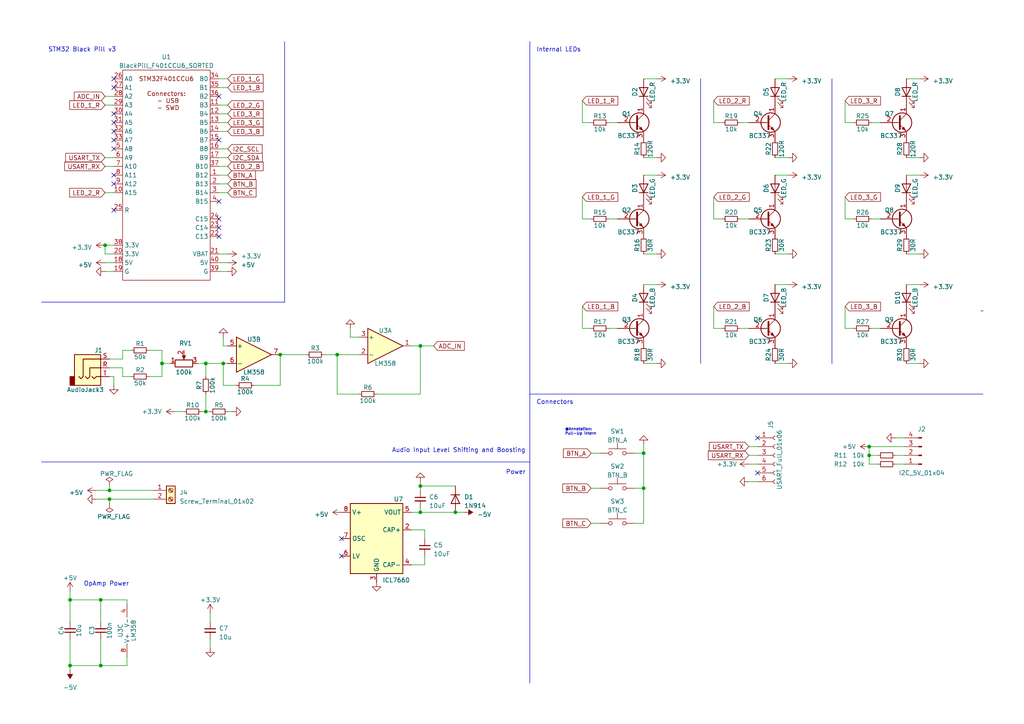
<source format=kicad_sch>
(kicad_sch (version 20230121) (generator eeschema)
  (paper "A4")
  (title_block (title "Jodelautomat-Schaltplan") (date "2023-04-05") (rev "v0.1") (company "Hundshüttn GmbH"))
  (lib_symbols
    (symbol "Amplifier_Operational:LM358" (pin_names (offset 0.127))
      (property "Reference" "U" (at 0 5.08 0))
      (property "Value" "LM358" (at 0 -5.08 0))
      (symbol "LM358_1_1"
        (pin output line (at 7.62 0 180) (length 2.54) (name "~") (number "1"))
        (pin input line (at -7.62 -2.54 0) (length 2.54) (name "-") (number "2"))
        (pin input line (at -7.62 2.54 0) (length 2.54) (name "+") (number "3"))
      )
      (symbol "LM358_2_1"
        (pin input line (at -7.62 2.54 0) (length 2.54) (name "+") (number "5"))
        (pin input line (at -7.62 -2.54 0) (length 2.54) (name "-") (number "6"))
        (pin output line (at 7.62 0 180) (length 2.54) (name "~") (number "7"))
      )
      (symbol "LM358_3_1"
        (pin power_in line (at -2.54 -7.62 90) (length 3.81) (name "V-") (number "4"))
        (pin power_in line (at -2.54 7.62 270) (length 3.81) (name "V+") (number "8"))
      )
    )
    (symbol "Connector:Conn_01x04_Pin" (pin_names (offset 1.016) hide)
      (property "Reference" "J" (at 0 5.08 0))
      (property "Value" "Conn_01x04_Pin" (at 0 -7.62 0))
      (symbol "Conn_01x04_Pin_1_1"
        (pin passive line (at 5.08 2.54 180) (length 3.81) (name "Pin_1") (number "1"))
        (pin passive line (at 5.08 0 180) (length 3.81) (name "Pin_2") (number "2"))
        (pin passive line (at 5.08 -2.54 180) (length 3.81) (name "Pin_3") (number "3"))
        (pin passive line (at 5.08 -5.08 180) (length 3.81) (name "Pin_4") (number "4"))
      )
    )
    (symbol "Connector:Conn_01x06_Socket" (pin_names (offset 1.016) hide)
      (property "Reference" "J" (at 0 7.62 0))
      (property "Value" "Conn_01x06_Socket" (at 0 -10.16 0))
      (symbol "Conn_01x06_Socket_1_1"
        (pin passive line (at -5.08 5.08 0) (length 3.81) (name "Pin_1") (number "1"))
        (pin passive line (at -5.08 2.54 0) (length 3.81) (name "Pin_2") (number "2"))
        (pin passive line (at -5.08 0 0) (length 3.81) (name "Pin_3") (number "3"))
        (pin passive line (at -5.08 -2.54 0) (length 3.81) (name "Pin_4") (number "4"))
        (pin passive line (at -5.08 -5.08 0) (length 3.81) (name "Pin_5") (number "5"))
        (pin passive line (at -5.08 -7.62 0) (length 3.81) (name "Pin_6") (number "6"))
      )
    )
    (symbol "Connector:Screw_Terminal_01x02" (pin_names (offset 1.016) hide)
      (property "Reference" "J" (at 0 2.54 0))
      (property "Value" "Screw_Terminal_01x02" (at 0 -5.08 0))
      (symbol "Screw_Terminal_01x02_1_1"
        (pin passive line (at -5.08 0 0) (length 3.81) (name "Pin_1") (number "1"))
        (pin passive line (at -5.08 -2.54 0) (length 3.81) (name "Pin_2") (number "2"))
      )
    )
    (symbol "Connector_Audio:AudioJack3"
      (property "Reference" "J" (at 0 8.89 0))
      (property "Value" "AudioJack3" (at 0 6.35 0))
      (symbol "AudioJack3_1_1"
        (pin passive line (at 5.08 0 180) (length 2.54) (name "~") (number "R"))
        (pin passive line (at 5.08 2.54 180) (length 2.54) (name "~") (number "S"))
        (pin passive line (at 5.08 -2.54 180) (length 2.54) (name "~") (number "T"))
      )
    )
    (symbol "Device:C_Small" (pin_numbers hide) (pin_names (offset 0.254) hide)
      (property "Reference" "C" (at 0.254 1.778 0))
      (property "Value" "C_Small" (at 0.254 -2.032 0))
      (symbol "C_Small_1_1"
        (pin passive line (at 0 2.54 270) (length 2.032) (name "~") (number "1"))
        (pin passive line (at 0 -2.54 90) (length 2.032) (name "~") (number "2"))
      )
    )
    (symbol "Device:LED" (pin_numbers hide) (pin_names (offset 1.016) hide)
      (property "Reference" "D" (at 0 2.54 0))
      (property "Value" "LED" (at 0 -2.54 0))
      (symbol "LED_1_1"
        (pin passive line (at -3.81 0 0) (length 2.54) (name "K") (number "1"))
        (pin passive line (at 3.81 0 180) (length 2.54) (name "A") (number "2"))
      )
    )
    (symbol "Device:R_Potentiometer" (pin_names (offset 1.016) hide)
      (property "Reference" "RV" (at -4.445 0 90))
      (property "Value" "R_Potentiometer" (at -2.54 0 90))
      (symbol "R_Potentiometer_1_1"
        (pin passive line (at 0 3.81 270) (length 1.27) (name "1") (number "1"))
        (pin passive line (at 3.81 0 180) (length 1.27) (name "2") (number "2"))
        (pin passive line (at 0 -3.81 90) (length 1.27) (name "3") (number "3"))
      )
    )
    (symbol "Device:R_Small" (pin_numbers hide) (pin_names (offset 0.254) hide)
      (property "Reference" "R" (at 0.762 0.508 0))
      (property "Value" "R_Small" (at 0.762 -1.016 0))
      (symbol "R_Small_1_1"
        (pin passive line (at 0 2.54 270) (length 0.762) (name "~") (number "1"))
        (pin passive line (at 0 -2.54 90) (length 0.762) (name "~") (number "2"))
      )
    )
    (symbol "Diode:1N914" (pin_numbers hide) (pin_names hide)
      (property "Reference" "D" (at 0 2.54 0))
      (property "Value" "1N914" (at 0 -2.54 0))
      (symbol "1N914_1_1"
        (pin passive line (at -3.81 0 0) (length 2.54) (name "K") (number "1"))
        (pin passive line (at 3.81 0 180) (length 2.54) (name "A") (number "2"))
      )
    )
    (symbol "Regulator_SwitchedCapacitor:ICL7660"
      (property "Reference" "U" (at -6.35 11.43 0))
      (property "Value" "ICL7660" (at 3.81 11.43 0))
      (symbol "ICL7660_1_1"
        (pin no_connect line (at -7.62 5.08 0) (length 2.54) hide (name "NC") (number "1"))
        (pin input line (at 10.16 2.54 180) (length 2.54) (name "CAP+") (number "2"))
        (pin power_in line (at 0 -12.7 90) (length 2.54) (name "GND") (number "3"))
        (pin input line (at 10.16 -7.62 180) (length 2.54) (name "CAP-") (number "4"))
        (pin power_out line (at 10.16 7.62 180) (length 2.54) (name "VOUT") (number "5"))
        (pin input line (at -10.16 -5.08 0) (length 2.54) (name "LV") (number "6"))
        (pin input line (at -10.16 0 0) (length 2.54) (name "OSC") (number "7"))
        (pin power_in line (at -10.16 7.62 0) (length 2.54) (name "V+") (number "8"))
      )
    )
    (symbol "STM32-Devboards:BlackPill_F401CCU6_SORTED"
      (property "Reference" "U" (at 24.13 1.27 0))
      (property "Value" "BlackPill_F401CCU6_SORTED" (at 13.97 -62.23 0))
      (symbol "BlackPill_F401CCU6_SORTED_1_1"
        (text "Connectors:\n - USB\n - SWD" (at 12.7 -8.89 0) (effects (font (size 1.27 1.27))))
        (text "STM32F401CCU6" (at 12.7 -2.54 0) (effects (font (size 1.27 1.27))))
        (pin bidirectional line (at 27.94 -30.48 180) (length 2.54) (name "B12") (number "1"))
        (pin bidirectional line (at -2.54 -35.56 0) (length 2.54) (name "A15") (number "10"))
        (pin bidirectional line (at 27.94 -10.16 180) (length 2.54) (name "B3") (number "11"))
        (pin bidirectional line (at 27.94 -12.7 180) (length 2.54) (name "B4") (number "12"))
        (pin bidirectional line (at 27.94 -15.24 180) (length 2.54) (name "B5") (number "13"))
        (pin bidirectional line (at 27.94 -17.78 180) (length 2.54) (name "B6") (number "14"))
        (pin bidirectional line (at 27.94 -20.32 180) (length 2.54) (name "B7") (number "15"))
        (pin bidirectional line (at 27.94 -22.86 180) (length 2.54) (name "B8") (number "16"))
        (pin bidirectional line (at 27.94 -25.4 180) (length 2.54) (name "B9") (number "17"))
        (pin power_out line (at -2.54 -55.88 0) (length 2.54) (name "5V") (number "18"))
        (pin power_out line (at -2.54 -58.42 0) (length 2.54) (name "G") (number "19"))
        (pin bidirectional line (at 27.94 -33.02 180) (length 2.54) (name "B13") (number "2"))
        (pin power_out line (at -2.54 -53.34 0) (length 2.54) (name "3.3V") (number "20"))
        (pin power_in line (at 27.94 -53.34 180) (length 2.54) (name "VBAT") (number "21"))
        (pin bidirectional line (at 27.94 -48.26 180) (length 2.54) (name "C13") (number "22"))
        (pin bidirectional line (at 27.94 -45.72 180) (length 2.54) (name "C14") (number "23"))
        (pin bidirectional line (at 27.94 -43.18 180) (length 2.54) (name "C15") (number "24"))
        (pin input line (at -2.54 -40.64 0) (length 2.54) (name "R") (number "25"))
        (pin bidirectional line (at -2.54 -2.54 0) (length 2.54) (name "A0") (number "26"))
        (pin bidirectional line (at -2.54 -5.08 0) (length 2.54) (name "A1") (number "27"))
        (pin bidirectional line (at -2.54 -7.62 0) (length 2.54) (name "A2") (number "28"))
        (pin bidirectional line (at -2.54 -10.16 0) (length 2.54) (name "A3") (number "29"))
        (pin bidirectional line (at 27.94 -35.56 180) (length 2.54) (name "B14") (number "3"))
        (pin bidirectional line (at -2.54 -12.7 0) (length 2.54) (name "A4") (number "30"))
        (pin bidirectional line (at -2.54 -15.24 0) (length 2.54) (name "A5") (number "31"))
        (pin bidirectional line (at -2.54 -17.78 0) (length 2.54) (name "A6") (number "32"))
        (pin bidirectional line (at -2.54 -20.32 0) (length 2.54) (name "A7") (number "33"))
        (pin bidirectional line (at 27.94 -2.54 180) (length 2.54) (name "B0") (number "34"))
        (pin bidirectional line (at 27.94 -5.08 180) (length 2.54) (name "B1") (number "35"))
        (pin bidirectional line (at 27.94 -7.62 180) (length 2.54) (name "B2") (number "36"))
        (pin bidirectional line (at 27.94 -27.94 180) (length 2.54) (name "B10") (number "37"))
        (pin power_out line (at -2.54 -50.8 0) (length 2.54) (name "3.3V") (number "38"))
        (pin power_in line (at 27.94 -58.42 180) (length 2.54) (name "G") (number "39"))
        (pin bidirectional line (at 27.94 -38.1 180) (length 2.54) (name "B15") (number "4"))
        (pin power_in line (at 27.94 -55.88 180) (length 2.54) (name "5V") (number "40"))
        (pin bidirectional line (at -2.54 -22.86 0) (length 2.54) (name "A8") (number "5"))
        (pin bidirectional line (at -2.54 -25.4 0) (length 2.54) (name "A9") (number "6"))
        (pin bidirectional line (at -2.54 -27.94 0) (length 2.54) (name "A10") (number "7"))
        (pin bidirectional line (at -2.54 -30.48 0) (length 2.54) (name "A11") (number "8"))
        (pin bidirectional line (at -2.54 -33.02 0) (length 2.54) (name "A12") (number "9"))
      )
    )
    (symbol "Switch:SW_Push" (pin_numbers hide) (pin_names (offset 1.016) hide)
      (property "Reference" "SW" (at 1.27 2.54 0))
      (property "Value" "SW_Push" (at 0 -1.524 0))
      (symbol "SW_Push_0_1"
        (pin passive line (at -5.08 0 0) (length 2.54) (name "1") (number "1"))
        (pin passive line (at 5.08 0 180) (length 2.54) (name "2") (number "2"))
      )
    )
    (symbol "Transistor_BJT:BC337" (pin_names (offset 0) hide)
      (property "Reference" "Q" (at 5.08 1.905 0))
      (property "Value" "BC337" (at 5.08 0 0))
      (symbol "BC337_1_1"
        (pin passive line (at 2.54 5.08 270) (length 2.54) (name "C") (number "1"))
        (pin input line (at -5.08 0 0) (length 5.08) (name "B") (number "2"))
        (pin passive line (at 2.54 -5.08 90) (length 2.54) (name "E") (number "3"))
      )
    )
    (symbol "power:+3.3V" (power) (pin_names (offset 0))
      (property "Value" "+3.3V" (at 0 3.556 0))
      (symbol "+3.3V_1_1"
        (pin power_in line (at 0 0 90) (length 0) hide (name "+3.3V") (number "1"))
      )
    )
    (symbol "power:+5V" (power) (pin_names (offset 0))
      (property "Value" "+5V" (at 0 3.556 0))
      (symbol "+5V_1_1"
        (pin power_in line (at 0 0 90) (length 0) hide (name "+5V") (number "1"))
      )
    )
    (symbol "power:-5V" (power) (pin_names (offset 0))
      (property "Value" "-5V" (at 0 3.81 0))
      (symbol "-5V_0_0"
        (pin power_in line (at 0 0 90) (length 0) hide (name "-5V") (number "1"))
      )
    )
    (symbol "power:GND" (power) (pin_names (offset 0))
      (property "Value" "GND" (at 0 -3.81 0))
      (symbol "GND_1_1"
        (pin power_in line (at 0 0 270) (length 0) hide (name "GND") (number "1"))
      )
    )
    (symbol "power:PWR_FLAG" (power) (pin_numbers hide) (pin_names (offset 0) hide)
      (property "Value" "PWR_FLAG" (at 0 3.81 0))
      (symbol "PWR_FLAG_0_0"
        (pin power_out line (at 0 0 90) (length 0) (name "pwr") (number "1"))
      )
    )
  )
  (junction (at 252.095 132.08))
  (junction (at 121.92 100.33))
  (junction (at 29.21 193.04))
  (junction (at 132.08 148.59))
  (junction (at 29.21 173.99))
  (junction (at 252.095 129.54))
  (junction (at 81.28 102.87))
  (junction (at 186.69 141.605))
  (junction (at 59.69 105.41))
  (junction (at 20.32 193.04))
  (junction (at 64.77 105.41))
  (junction (at 46.99 105.41))
  (junction (at 59.69 119.38))
  (junction (at 121.92 140.97))
  (junction (at 31.75 142.24))
  (junction (at 20.32 173.99))
  (junction (at 30.48 71.12))
  (junction (at 121.92 148.59))
  (junction (at 31.75 144.78))
  (junction (at 186.69 131.445))
  (junction (at 97.79 102.87))
  (no_connect (at 33.02 43.18))
  (no_connect (at 63.5 63.5))
  (no_connect (at 63.5 66.04))
  (no_connect (at 219.71 127))
  (no_connect (at 63.5 27.94))
  (no_connect (at 33.02 22.86))
  (no_connect (at 33.02 25.4))
  (no_connect (at 63.5 40.64))
  (no_connect (at 33.02 60.96))
  (no_connect (at 99.06 161.29))
  (no_connect (at 33.02 35.56))
  (no_connect (at 33.02 50.8))
  (no_connect (at 99.06 156.21))
  (no_connect (at 63.5 58.42))
  (no_connect (at 33.02 53.34))
  (no_connect (at 33.02 40.64))
  (no_connect (at 219.71 137.16))
  (no_connect (at 33.02 38.1))
  (no_connect (at 63.5 68.58))
  (no_connect (at 33.02 33.02))
  (wire (pts (xy 36.83 190.5) (xy 36.83 193.04)))
  (wire (pts (xy 35.56 104.14) (xy 35.56 101.6)))
  (wire (pts (xy 214.63 95.25) (xy 217.17 95.25)))
  (wire (pts (xy 186.69 22.86) (xy 190.5 22.86)))
  (wire (pts (xy 109.22 114.3) (xy 121.92 114.3)))
  (wire (pts (xy 245.11 63.5) (xy 247.65 63.5)))
  (wire (pts (xy 224.79 82.55) (xy 228.6 82.55)))
  (wire (pts (xy 63.5 76.2) (xy 66.04 76.2)))
  (wire (pts (xy 252.73 63.5) (xy 255.27 63.5)))
  (wire (pts (xy 262.89 73.66) (xy 266.7 73.66)))
  (wire (pts (xy 186.69 73.66) (xy 190.5 73.66)))
  (wire (pts (xy 132.08 148.59) (xy 134.62 148.59)))
  (polyline (pts (xy 82.55 12.065) (xy 82.55 87.63)))
  (wire (pts (xy 27.94 142.24) (xy 31.75 142.24)))
  (wire (pts (xy 30.48 71.12) (xy 33.02 71.12)))
  (wire (pts (xy 63.5 25.4) (xy 66.04 25.4)))
  (wire (pts (xy 184.15 141.605) (xy 186.69 141.605)))
  (wire (pts (xy 207.01 63.5) (xy 209.55 63.5)))
  (wire (pts (xy 81.28 102.87) (xy 81.28 111.76)))
  (wire (pts (xy 20.32 173.99) (xy 20.32 171.45)))
  (wire (pts (xy 60.96 185.42) (xy 60.96 187.96)))
  (wire (pts (xy 20.32 180.34) (xy 20.32 173.99)))
  (wire (pts (xy 245.11 29.21) (xy 245.11 35.56)))
  (wire (pts (xy 97.79 102.87) (xy 97.79 114.3)))
  (wire (pts (xy 252.095 129.54) (xy 252.095 132.08)))
  (wire (pts (xy 123.19 163.83) (xy 119.38 163.83)))
  (wire (pts (xy 245.11 57.15) (xy 245.11 63.5)))
  (wire (pts (xy 36.83 175.26) (xy 36.83 173.99)))
  (wire (pts (xy 64.77 100.33) (xy 66.04 100.33)))
  (wire (pts (xy 224.79 73.66) (xy 228.6 73.66)))
  (wire (pts (xy 46.99 105.41) (xy 46.99 109.22)))
  (wire (pts (xy 184.15 131.445) (xy 186.69 131.445)))
  (wire (pts (xy 262.255 127) (xy 259.715 127)))
  (wire (pts (xy 176.53 63.5) (xy 179.07 63.5)))
  (wire (pts (xy 121.92 139.7) (xy 121.92 140.97)))
  (wire (pts (xy 171.45 131.445) (xy 173.99 131.445)))
  (wire (pts (xy 252.095 132.08) (xy 254.635 132.08)))
  (wire (pts (xy 262.89 45.72) (xy 266.7 45.72)))
  (wire (pts (xy 168.91 35.56) (xy 171.45 35.56)))
  (wire (pts (xy 35.56 106.68) (xy 35.56 109.22)))
  (wire (pts (xy 252.73 95.25) (xy 255.27 95.25)))
  (wire (pts (xy 30.48 55.88) (xy 33.02 55.88)))
  (wire (pts (xy 186.69 105.41) (xy 190.5 105.41)))
  (wire (pts (xy 186.69 141.605) (xy 186.69 151.765)))
  (wire (pts (xy 224.79 50.8) (xy 228.6 50.8)))
  (wire (pts (xy 207.01 29.21) (xy 207.01 35.56)))
  (wire (pts (xy 20.32 193.04) (xy 20.32 185.42)))
  (wire (pts (xy 63.5 22.86) (xy 66.04 22.86)))
  (wire (pts (xy 224.79 22.86) (xy 228.6 22.86)))
  (wire (pts (xy 119.38 100.33) (xy 121.92 100.33)))
  (polyline (pts (xy 284.48 90.17) (xy 285.115 90.17)))
  (wire (pts (xy 63.5 38.1) (xy 66.04 38.1)))
  (wire (pts (xy 46.99 105.41) (xy 49.53 105.41)))
  (polyline (pts (xy 12.065 133.985) (xy 153.67 133.985)))
  (wire (pts (xy 93.98 102.87) (xy 97.79 102.87)))
  (wire (pts (xy 46.99 109.22) (xy 43.18 109.22)))
  (wire (pts (xy 217.17 129.54) (xy 219.71 129.54)))
  (wire (pts (xy 44.45 144.78) (xy 31.75 144.78)))
  (wire (pts (xy 184.15 151.765) (xy 186.69 151.765)))
  (wire (pts (xy 101.6 97.79) (xy 104.14 97.79)))
  (wire (pts (xy 186.69 50.8) (xy 190.5 50.8)))
  (wire (pts (xy 186.69 45.72) (xy 190.5 45.72)))
  (wire (pts (xy 63.5 55.88) (xy 66.04 55.88)))
  (wire (pts (xy 219.71 139.7) (xy 217.17 139.7)))
  (wire (pts (xy 50.8 119.38) (xy 53.34 119.38)))
  (wire (pts (xy 63.5 33.02) (xy 66.04 33.02)))
  (wire (pts (xy 245.11 95.25) (xy 247.65 95.25)))
  (wire (pts (xy 20.32 173.99) (xy 29.21 173.99)))
  (polyline (pts (xy 12.065 87.63) (xy 82.55 87.63)))
  (wire (pts (xy 59.69 114.3) (xy 59.69 119.38)))
  (wire (pts (xy 219.71 134.62) (xy 217.17 134.62)))
  (wire (pts (xy 171.45 151.765) (xy 173.99 151.765)))
  (wire (pts (xy 168.91 95.25) (xy 171.45 95.25)))
  (wire (pts (xy 63.5 53.34) (xy 66.04 53.34)))
  (wire (pts (xy 207.01 88.9) (xy 207.01 95.25)))
  (polyline (pts (xy 241.3 22.86) (xy 241.3 105.41)))
  (wire (pts (xy 29.21 173.99) (xy 29.21 180.34)))
  (wire (pts (xy 171.45 141.605) (xy 173.99 141.605)))
  (wire (pts (xy 58.42 119.38) (xy 59.69 119.38)))
  (wire (pts (xy 63.5 35.56) (xy 66.04 35.56)))
  (wire (pts (xy 168.91 63.5) (xy 171.45 63.5)))
  (wire (pts (xy 63.5 45.72) (xy 66.04 45.72)))
  (wire (pts (xy 31.75 142.24) (xy 31.75 140.97)))
  (wire (pts (xy 20.32 193.04) (xy 29.21 193.04)))
  (wire (pts (xy 252.095 134.62) (xy 252.095 132.08)))
  (wire (pts (xy 168.91 57.15) (xy 168.91 63.5)))
  (wire (pts (xy 186.69 82.55) (xy 190.5 82.55)))
  (wire (pts (xy 262.89 105.41) (xy 266.7 105.41)))
  (polyline (pts (xy 153.67 114.3) (xy 285.115 114.3)))
  (wire (pts (xy 31.75 144.78) (xy 31.75 146.05)))
  (wire (pts (xy 30.48 48.26) (xy 33.02 48.26)))
  (wire (pts (xy 30.48 73.66) (xy 30.48 71.12)))
  (wire (pts (xy 245.11 35.56) (xy 247.65 35.56)))
  (wire (pts (xy 123.19 153.67) (xy 123.19 156.21)))
  (wire (pts (xy 64.77 97.79) (xy 64.77 100.33)))
  (wire (pts (xy 29.21 185.42) (xy 29.21 193.04)))
  (wire (pts (xy 262.255 134.62) (xy 259.715 134.62)))
  (wire (pts (xy 64.77 105.41) (xy 66.04 105.41)))
  (wire (pts (xy 63.5 30.48) (xy 66.04 30.48)))
  (wire (pts (xy 207.01 57.15) (xy 207.01 63.5)))
  (wire (pts (xy 121.92 140.97) (xy 132.08 140.97)))
  (wire (pts (xy 30.48 45.72) (xy 33.02 45.72)))
  (wire (pts (xy 20.32 194.31) (xy 20.32 193.04)))
  (wire (pts (xy 262.89 22.86) (xy 266.7 22.86)))
  (wire (pts (xy 176.53 95.25) (xy 179.07 95.25)))
  (wire (pts (xy 29.21 173.99) (xy 36.83 173.99)))
  (wire (pts (xy 63.5 48.26) (xy 66.04 48.26)))
  (wire (pts (xy 35.56 101.6) (xy 38.1 101.6)))
  (wire (pts (xy 63.5 73.66) (xy 66.04 73.66)))
  (wire (pts (xy 262.89 82.55) (xy 266.7 82.55)))
  (wire (pts (xy 30.48 30.48) (xy 33.02 30.48)))
  (wire (pts (xy 59.69 105.41) (xy 64.77 105.41)))
  (polyline (pts (xy 153.67 12.065) (xy 153.67 114.935)))
  (wire (pts (xy 35.56 109.22) (xy 38.1 109.22)))
  (wire (pts (xy 207.01 35.56) (xy 209.55 35.56)))
  (wire (pts (xy 252.73 35.56) (xy 255.27 35.56)))
  (wire (pts (xy 44.45 142.24) (xy 31.75 142.24)))
  (wire (pts (xy 123.19 161.29) (xy 123.19 163.83)))
  (wire (pts (xy 224.79 45.72) (xy 228.6 45.72)))
  (polyline (pts (xy 203.2 22.86) (xy 203.2 105.41)))
  (wire (pts (xy 119.38 153.67) (xy 123.19 153.67)))
  (wire (pts (xy 30.48 78.74) (xy 33.02 78.74)))
  (wire (pts (xy 104.14 114.3) (xy 97.79 114.3)))
  (wire (pts (xy 31.75 106.68) (xy 35.56 106.68)))
  (wire (pts (xy 31.75 104.14) (xy 35.56 104.14)))
  (wire (pts (xy 33.02 109.22) (xy 33.02 111.76)))
  (wire (pts (xy 30.48 27.94) (xy 33.02 27.94)))
  (wire (pts (xy 73.66 111.76) (xy 81.28 111.76)))
  (polyline (pts (xy 153.67 114.935) (xy 153.67 198.12)))
  (wire (pts (xy 63.5 78.74) (xy 66.04 78.74)))
  (wire (pts (xy 36.83 193.04) (xy 29.21 193.04)))
  (wire (pts (xy 245.11 88.9) (xy 245.11 95.25)))
  (wire (pts (xy 176.53 35.56) (xy 179.07 35.56)))
  (wire (pts (xy 121.92 140.97) (xy 121.92 142.24)))
  (wire (pts (xy 121.92 148.59) (xy 121.92 147.32)))
  (wire (pts (xy 262.255 132.08) (xy 259.715 132.08)))
  (wire (pts (xy 262.89 50.8) (xy 266.7 50.8)))
  (wire (pts (xy 57.15 105.41) (xy 59.69 105.41)))
  (wire (pts (xy 60.96 177.8) (xy 60.96 180.34)))
  (wire (pts (xy 121.92 148.59) (xy 132.08 148.59)))
  (wire (pts (xy 168.91 88.9) (xy 168.91 95.25)))
  (wire (pts (xy 64.77 105.41) (xy 64.77 111.76)))
  (wire (pts (xy 214.63 35.56) (xy 217.17 35.56)))
  (wire (pts (xy 207.01 95.25) (xy 209.55 95.25)))
  (wire (pts (xy 217.17 132.08) (xy 219.71 132.08)))
  (wire (pts (xy 43.18 101.6) (xy 46.99 101.6)))
  (wire (pts (xy 262.255 129.54) (xy 252.095 129.54)))
  (wire (pts (xy 254.635 134.62) (xy 252.095 134.62)))
  (wire (pts (xy 59.69 119.38) (xy 60.96 119.38)))
  (wire (pts (xy 119.38 148.59) (xy 121.92 148.59)))
  (wire (pts (xy 168.91 29.21) (xy 168.91 35.56)))
  (wire (pts (xy 63.5 43.18) (xy 66.04 43.18)))
  (wire (pts (xy 33.02 73.66) (xy 30.48 73.66)))
  (wire (pts (xy 101.6 95.25) (xy 101.6 97.79)))
  (wire (pts (xy 46.99 101.6) (xy 46.99 105.41)))
  (wire (pts (xy 186.69 131.445) (xy 186.69 141.605)))
  (wire (pts (xy 121.92 100.33) (xy 121.92 114.3)))
  (wire (pts (xy 68.58 111.76) (xy 64.77 111.76)))
  (wire (pts (xy 59.69 105.41) (xy 59.69 109.22)))
  (wire (pts (xy 63.5 50.8) (xy 66.04 50.8)))
  (wire (pts (xy 224.79 105.41) (xy 228.6 105.41)))
  (wire (pts (xy 121.92 100.33) (xy 125.73 100.33)))
  (wire (pts (xy 186.69 128.905) (xy 186.69 131.445)))
  (wire (pts (xy 66.04 119.38) (xy 67.31 119.38)))
  (wire (pts (xy 97.79 102.87) (xy 104.14 102.87)))
  (wire (pts (xy 214.63 63.5) (xy 217.17 63.5)))
  (wire (pts (xy 27.94 144.78) (xy 31.75 144.78)))
  (wire (pts (xy 30.48 76.2) (xy 33.02 76.2)))
  (wire (pts (xy 31.75 109.22) (xy 33.02 109.22)))
  (wire (pts (xy 81.28 102.87) (xy 88.9 102.87)))
  (text "Audio Input Level Shifting and Boosting" (at 113.665 131.445 0) (effects (font (size 1.27 1.27)) (justify left bottom)))
  (text "Power" (at 146.685 137.795 0) (effects (font (size 1.27 1.27)) (justify left bottom)))
  (text "Connectors" (at 155.575 117.475 0) (effects (font (size 1.27 1.27)) (justify left bottom)))
  (text "Internal LEDs" (at 155.575 15.24 0) (effects (font (size 1.27 1.27)) (justify left bottom)))
  (text "@Annotation:\nPull-Up intern" (at 163.83 126.365 0) (effects (font (size 0.8 0.8)) (justify left bottom)))
  (text "OpAmp Power" (at 37.465 170.18 0) (effects (font (size 1.27 1.27)) (justify right bottom)))
  (text "STM32 Black Pill v3" (at 13.97 15.24 0) (effects (font (size 1.27 1.27)) (justify left bottom)))
  (global_label "USART_TX" (shape input) (at 30.48 45.72 180) (property "Intersheetrefs" "${INTERSHEET_REFS}" (effects hide)))
  (global_label "LED_2_B" (shape input) (at 207.01 88.9 0) (property "Intersheetrefs" "${INTERSHEET_REFS}" (effects hide)))
  (global_label "LED_2_R" (shape input) (at 207.01 29.21 0) (property "Intersheetrefs" "${INTERSHEET_REFS}" (effects hide)))
  (global_label "BTN_A" (shape input) (at 66.04 50.8 0) (property "Intersheetrefs" "${INTERSHEET_REFS}" (effects hide)))
  (global_label "LED_3_B" (shape input) (at 66.04 38.1 0) (property "Intersheetrefs" "${INTERSHEET_REFS}" (effects hide)))
  (global_label "I2C_SCL" (shape input) (at 66.04 43.18 0) (property "Intersheetrefs" "${INTERSHEET_REFS}" (effects hide)))
  (global_label "I2C_SDA" (shape input) (at 66.04 45.72 0) (property "Intersheetrefs" "${INTERSHEET_REFS}" (effects hide)))
  (global_label "BTN_C" (shape input) (at 66.04 55.88 0) (property "Intersheetrefs" "${INTERSHEET_REFS}" (effects hide)))
  (global_label "LED_1_B" (shape input) (at 66.04 25.4 0) (property "Intersheetrefs" "${INTERSHEET_REFS}" (effects hide)))
  (global_label "BTN_B" (shape input) (at 66.04 53.34 0) (property "Intersheetrefs" "${INTERSHEET_REFS}" (effects hide)))
  (global_label "LED_1_R" (shape input) (at 30.48 30.48 180) (property "Intersheetrefs" "${INTERSHEET_REFS}" (effects hide)))
  (global_label "LED_2_B" (shape input) (at 66.04 48.26 0) (property "Intersheetrefs" "${INTERSHEET_REFS}" (effects hide)))
  (global_label "LED_1_G" (shape input) (at 66.04 22.86 0) (property "Intersheetrefs" "${INTERSHEET_REFS}" (effects hide)))
  (global_label "LED_3_R" (shape input) (at 66.04 33.02 0) (property "Intersheetrefs" "${INTERSHEET_REFS}" (effects hide)))
  (global_label "BTN_A" (shape input) (at 171.45 131.445 180) (property "Intersheetrefs" "${INTERSHEET_REFS}" (effects hide)))
  (global_label "LED_3_R" (shape input) (at 245.11 29.21 0) (property "Intersheetrefs" "${INTERSHEET_REFS}" (effects hide)))
  (global_label "LED_3_G" (shape input) (at 245.11 57.15 0) (property "Intersheetrefs" "${INTERSHEET_REFS}" (effects hide)))
  (global_label "LED_2_G" (shape input) (at 66.04 30.48 0) (property "Intersheetrefs" "${INTERSHEET_REFS}" (effects hide)))
  (global_label "BTN_C" (shape input) (at 171.45 151.765 180) (property "Intersheetrefs" "${INTERSHEET_REFS}" (effects hide)))
  (global_label "LED_1_B" (shape input) (at 168.91 88.9 0) (property "Intersheetrefs" "${INTERSHEET_REFS}" (effects hide)))
  (global_label "LED_3_G" (shape input) (at 66.04 35.56 0) (property "Intersheetrefs" "${INTERSHEET_REFS}" (effects hide)))
  (global_label "LED_1_R" (shape input) (at 168.91 29.21 0) (property "Intersheetrefs" "${INTERSHEET_REFS}" (effects hide)))
  (global_label "LED_1_G" (shape input) (at 168.91 57.15 0) (property "Intersheetrefs" "${INTERSHEET_REFS}" (effects hide)))
  (global_label "ADC_IN" (shape input) (at 30.48 27.94 180) (property "Intersheetrefs" "${INTERSHEET_REFS}" (effects hide)))
  (global_label "USART_RX" (shape input) (at 217.17 132.08 180) (property "Intersheetrefs" "${INTERSHEET_REFS}" (effects hide)))
  (global_label "LED_2_R" (shape input) (at 30.48 55.88 180) (property "Intersheetrefs" "${INTERSHEET_REFS}" (effects hide)))
  (global_label "BTN_B" (shape input) (at 171.45 141.605 180) (property "Intersheetrefs" "${INTERSHEET_REFS}" (effects hide)))
  (global_label "LED_3_B" (shape input) (at 245.11 88.9 0) (property "Intersheetrefs" "${INTERSHEET_REFS}" (effects hide)))
  (global_label "LED_2_G" (shape input) (at 207.01 57.15 0) (property "Intersheetrefs" "${INTERSHEET_REFS}" (effects hide)))
  (global_label "ADC_IN" (shape input) (at 125.73 100.33 0) (property "Intersheetrefs" "${INTERSHEET_REFS}" (effects hide)))
  (global_label "USART_RX" (shape input) (at 30.48 48.26 180) (property "Intersheetrefs" "${INTERSHEET_REFS}" (effects hide)))
  (global_label "USART_TX" (shape input) (at 217.17 129.54 180) (property "Intersheetrefs" "${INTERSHEET_REFS}" (effects hide)))
  (symbol (lib_id "power:GND") (at 266.7 45.72 90) (unit 1)
    (property "Reference" "#PWR041" (effects hide))
    (property "Value" "GND" (effects hide))
  )
  (symbol (lib_id "Device:C_Small") (at 20.32 182.88 180) (unit 1)
    (property "Reference" "C4" (at 17.78 182.88 90))
    (property "Value" "10u" (at 22.86 182.88 90))
    (property "Footprint" "Capacitor_SMD:C_0603_1608Metric" (effects hide))
  )
  (symbol (lib_id "power:PWR_FLAG") (at 31.75 146.05 180) (unit 1)
    (property "Reference" "#FLG03" (effects hide))
    (property "Value" "PWR_FLAG" (at 33.02 149.86 0))
  )
  (symbol (lib_id "Device:C_Small") (at 29.21 182.88 180) (unit 1)
    (property "Reference" "C3" (at 26.67 182.88 90))
    (property "Value" "100n" (at 31.75 182.88 90))
    (property "Footprint" "Capacitor_SMD:C_0603_1608Metric" (effects hide))
  )
  (symbol (lib_id "Device:R_Small") (at 59.69 111.76 180) (unit 1)
    (property "Reference" "R7" (at 57.785 111.76 90))
    (property "Value" "100k" (at 61.595 111.76 90))
    (property "Footprint" "Resistor_SMD:R_0402_1005Metric" (effects hide))
  )
  (symbol (lib_id "power:GND") (at 101.6 95.25 180) (unit 1)
    (property "Reference" "#PWR06" (effects hide))
    (property "Value" "GND" (effects hide))
  )
  (symbol (lib_id "Device:R_Small") (at 173.99 63.5 90) (unit 1)
    (property "Reference" "R15" (at 173.99 61.595 90))
    (property "Value" "10k" (at 173.99 65.405 90))
    (property "Footprint" "Resistor_SMD:R_0402_1005Metric" (effects hide))
  )
  (symbol (lib_id "Amplifier_Operational:LM358") (at 34.29 182.88 180) (unit 3)
    (property "Reference" "U3" (at 34.925 182.88 90))
    (property "Value" "LM358" (at 38.735 182.88 90))
    (property "Footprint" "Package_SO:SOIC-8_3.9x4.9mm_P1.27mm" (effects hide))
    (property "Datasheet" "http://www.ti.com/lit/ds/symlink/lm2904-n.pdf" (effects hide))
  )
  (symbol (lib_id "power:GND") (at 186.69 128.905 180) (unit 1)
    (property "Reference" "#PWR017" (effects hide))
    (property "Value" "GND" (effects hide))
  )
  (symbol (lib_id "power:+3.3V") (at 190.5 82.55 270) (unit 1)
    (property "Reference" "#PWR032" (effects hide))
    (property "Value" "+3.3V" (at 194.31 83.185 90) (effects (justify left)))
  )
  (symbol (lib_id "Transistor_BJT:BC337") (at 260.35 35.56 0) (unit 1)
    (property "Reference" "Q7" (at 256.54 33.02 0) (effects (justify left)))
    (property "Value" "BC337" (at 255.27 39.37 0) (effects (justify left)))
    (property "Footprint" "Package_TO_SOT_THT:TO-92_Inline" (effects hide))
    (property "Datasheet" "https://diotec.com/tl_files/diotec/files/pdf/datasheets/bc337.pdf" (effects hide))
  )
  (symbol (lib_id "Device:R_Small") (at 71.12 111.76 90) (unit 1)
    (property "Reference" "R4" (at 71.12 109.855 90))
    (property "Value" "100k" (at 71.12 113.665 90))
    (property "Footprint" "Resistor_SMD:R_0402_1005Metric" (effects hide))
  )
  (symbol (lib_id "power:GND") (at 217.17 139.7 270) (unit 1)
    (property "Reference" "#PWR022" (effects hide))
    (property "Value" "GND" (effects hide))
  )
  (symbol (lib_id "Device:C_Small") (at 121.92 144.78 0) (unit 1)
    (property "Reference" "C6" (at 124.46 144.1513 0) (effects (justify left)))
    (property "Value" "10uF" (at 124.46 146.6913 0) (effects (justify left)))
    (property "Footprint" "Capacitor_SMD:C_0805_2012Metric" (effects hide))
  )
  (symbol (lib_id "power:GND") (at 121.92 139.7 180) (unit 1)
    (property "Reference" "#PWR031" (effects hide))
    (property "Value" "GND" (effects hide))
  )
  (symbol (lib_id "Device:C_Small") (at 60.96 182.88 0) (unit 1)
    (property "Reference" "C7" (at 63.5 182.2513 0) (effects (justify left)))
    (property "Value" "10u" (at 63.5 184.7913 0) (effects (justify left)))
    (property "Footprint" "Capacitor_SMD:C_0603_1608Metric" (effects hide))
  )
  (symbol (lib_id "power:GND") (at 109.22 168.91 0) (unit 1)
    (property "Reference" "#PWR029" (effects hide))
    (property "Value" "GND" (effects hide))
  )
  (symbol (lib_id "power:-5V") (at 134.62 148.59 270) (unit 1)
    (property "Reference" "#PWR09" (effects hide))
    (property "Value" "-5V" (at 138.43 149.225 90) (effects (justify left)))
  )
  (symbol (lib_id "Device:R_Potentiometer") (at 53.34 105.41 90) (unit 1)
    (property "Reference" "RV1" (at 53.848 99.568 90))
    (property "Value" "100k" (at 53.34 107.95 90))
    (property "Footprint" "Potentiometer_SMD:Potentiometer_Bourns_3314J_Vertical" (effects hide))
  )
  (symbol (lib_id "Device:R_Small") (at 186.69 43.18 180) (unit 1)
    (property "Reference" "R14" (at 184.785 43.18 90))
    (property "Value" "120R" (at 188.595 43.18 90))
    (property "Footprint" "Resistor_SMD:R_0603_1608Metric" (effects hide))
  )
  (symbol (lib_id "Transistor_BJT:BC337") (at 222.25 95.25 0) (unit 1)
    (property "Reference" "Q6" (at 218.44 92.71 0) (effects (justify left)))
    (property "Value" "BC337" (at 217.17 99.06 0) (effects (justify left)))
    (property "Footprint" "Package_TO_SOT_THT:TO-92_Inline" (effects hide))
    (property "Datasheet" "https://diotec.com/tl_files/diotec/files/pdf/datasheets/bc337.pdf" (effects hide))
  )
  (symbol (lib_id "STM32-Devboards:BlackPill_F401CCU6_SORTED") (at 35.56 20.32 0) (unit 1)
    (property "Reference" "U1" (at 48.26 16.51 0))
    (property "Value" "BlackPill_F401CCU6_SORTED" (at 48.26 19.05 0))
    (property "Footprint" "STM32-Devboards:BlackPill_F401CCU6" (effects hide))
  )
  (symbol (lib_id "power:GND") (at 259.715 127 270) (unit 1)
    (property "Reference" "#PWR020" (effects hide))
    (property "Value" "GND" (effects hide))
  )
  (symbol (lib_id "Transistor_BJT:BC337") (at 184.15 63.5 0) (unit 1)
    (property "Reference" "Q2" (at 180.34 60.96 0) (effects (justify left)))
    (property "Value" "BC337" (at 179.07 67.31 0) (effects (justify left)))
    (property "Footprint" "Package_TO_SOT_THT:TO-92_Inline" (effects hide))
    (property "Datasheet" "https://diotec.com/tl_files/diotec/files/pdf/datasheets/bc337.pdf" (effects hide))
  )
  (symbol (lib_id "power:GND") (at 190.5 45.72 90) (unit 1)
    (property "Reference" "#PWR025" (effects hide))
    (property "Value" "GND" (effects hide))
  )
  (symbol (lib_id "Device:R_Small") (at 173.99 35.56 90) (unit 1)
    (property "Reference" "R13" (at 173.99 33.655 90))
    (property "Value" "10k" (at 173.99 37.465 90))
    (property "Footprint" "Resistor_SMD:R_0402_1005Metric" (effects hide))
  )
  (symbol (lib_id "Device:LED") (at 224.79 26.67 90) (unit 1)
    (property "Reference" "D5" (at 222.25 26.67 0))
    (property "Value" "LED_R" (at 227.33 26.67 0))
    (property "Footprint" "LED_SMD:LED_2010_5025Metric" (effects hide))
  )
  (symbol (lib_id "Device:R_Small") (at 257.175 134.62 90) (unit 1)
    (property "Reference" "R12" (at 245.745 134.62 90) (effects (justify left)))
    (property "Value" "10k" (at 250.825 134.62 90) (effects (justify left)))
    (property "Footprint" "Resistor_SMD:R_0402_1005Metric" (effects hide))
  )
  (symbol (lib_id "Device:LED") (at 186.69 54.61 90) (unit 1)
    (property "Reference" "D3" (at 184.15 54.61 0))
    (property "Value" "LED_G" (at 189.23 54.61 0))
    (property "Footprint" "LED_SMD:LED_2010_5025Metric" (effects hide))
  )
  (symbol (lib_id "power:GND") (at 266.7 73.66 90) (unit 1)
    (property "Reference" "#PWR043" (effects hide))
    (property "Value" "GND" (effects hide))
  )
  (symbol (lib_id "Device:R_Small") (at 212.09 35.56 90) (unit 1)
    (property "Reference" "R19" (at 212.09 33.655 90))
    (property "Value" "10k" (at 212.09 37.465 90))
    (property "Footprint" "Resistor_SMD:R_0402_1005Metric" (effects hide))
  )
  (symbol (lib_id "power:+5V") (at 27.94 142.24 90) (unit 1)
    (property "Reference" "#PWR05" (effects hide))
    (property "Value" "+5V" (at 24.13 142.875 90) (effects (justify left)))
  )
  (symbol (lib_id "Transistor_BJT:BC337") (at 184.15 35.56 0) (unit 1)
    (property "Reference" "Q1" (at 180.34 33.02 0) (effects (justify left)))
    (property "Value" "BC337" (at 179.07 39.37 0) (effects (justify left)))
    (property "Footprint" "Package_TO_SOT_THT:TO-92_Inline" (effects hide))
    (property "Datasheet" "https://diotec.com/tl_files/diotec/files/pdf/datasheets/bc337.pdf" (effects hide))
  )
  (symbol (lib_id "Transistor_BJT:BC337") (at 260.35 95.25 0) (unit 1)
    (property "Reference" "Q9" (at 256.54 92.71 0) (effects (justify left)))
    (property "Value" "BC337" (at 255.27 99.06 0) (effects (justify left)))
    (property "Footprint" "Package_TO_SOT_THT:TO-92_Inline" (effects hide))
    (property "Datasheet" "https://diotec.com/tl_files/diotec/files/pdf/datasheets/bc337.pdf" (effects hide))
  )
  (symbol (lib_id "Device:R_Small") (at 91.44 102.87 90) (unit 1)
    (property "Reference" "R3" (at 91.44 100.965 90))
    (property "Value" "100k" (at 91.44 104.775 90))
    (property "Footprint" "Resistor_SMD:R_0402_1005Metric" (effects hide))
  )
  (symbol (lib_id "power:+3.3V") (at 228.6 82.55 270) (unit 1)
    (property "Reference" "#PWR038" (effects hide))
    (property "Value" "+3.3V" (at 232.41 83.185 90) (effects (justify left)))
  )
  (symbol (lib_id "Device:R_Small") (at 212.09 95.25 90) (unit 1)
    (property "Reference" "R21" (at 212.09 93.345 90))
    (property "Value" "10k" (at 212.09 97.155 90))
    (property "Footprint" "Resistor_SMD:R_0402_1005Metric" (effects hide))
  )
  (symbol (lib_id "Device:LED") (at 262.89 54.61 90) (unit 1)
    (property "Reference" "D9" (at 260.35 54.61 0))
    (property "Value" "LED_G" (at 265.43 54.61 0))
    (property "Footprint" "LED_SMD:LED_2010_5025Metric" (effects hide))
  )
  (symbol (lib_id "power:+5V") (at 66.04 76.2 270) (unit 1)
    (property "Reference" "#PWR012" (effects hide))
    (property "Value" "+5V" (at 69.85 76.835 90) (effects (justify left)))
  )
  (symbol (lib_id "Device:LED") (at 224.79 54.61 90) (unit 1)
    (property "Reference" "D6" (at 222.25 54.61 0))
    (property "Value" "LED_G" (at 227.33 54.61 0))
    (property "Footprint" "LED_SMD:LED_2010_5025Metric" (effects hide))
  )
  (symbol (lib_id "power:+5V") (at 99.06 148.59 90) (unit 1)
    (property "Reference" "#PWR014" (effects hide))
    (property "Value" "+5V" (at 95.25 149.225 90) (effects (justify left)))
  )
  (symbol (lib_id "power:+3.3V") (at 228.6 22.86 270) (unit 1)
    (property "Reference" "#PWR034" (effects hide))
    (property "Value" "+3.3V" (at 232.41 23.495 90) (effects (justify left)))
  )
  (symbol (lib_id "Transistor_BJT:BC337") (at 184.15 95.25 0) (unit 1)
    (property "Reference" "Q3" (at 180.34 92.71 0) (effects (justify left)))
    (property "Value" "BC337" (at 179.07 99.06 0) (effects (justify left)))
    (property "Footprint" "Package_TO_SOT_THT:TO-92_Inline" (effects hide))
    (property "Datasheet" "https://diotec.com/tl_files/diotec/files/pdf/datasheets/bc337.pdf" (effects hide))
  )
  (symbol (lib_id "power:GND") (at 228.6 73.66 90) (unit 1)
    (property "Reference" "#PWR037" (effects hide))
    (property "Value" "GND" (effects hide))
  )
  (symbol (lib_id "Connector:Screw_Terminal_01x02") (at 49.53 142.24 0) (unit 1)
    (property "Reference" "J4" (at 52.07 142.875 0) (effects (justify left)))
    (property "Value" "Screw_Terminal_01x02" (at 52.07 145.415 0) (effects (justify left)))
    (property "Footprint" "TerminalBlock_4Ucon:TerminalBlock_4Ucon_1x02_P3.50mm_Horizontal" (effects hide))
  )
  (symbol (lib_id "power:GND") (at 64.77 97.79 180) (unit 1)
    (property "Reference" "#PWR02" (effects hide))
    (property "Value" "GND" (effects hide))
  )
  (symbol (lib_id "power:GND") (at 33.02 111.76 0) (unit 1)
    (property "Reference" "#PWR01" (effects hide))
    (property "Value" "GND" (effects hide))
  )
  (symbol (lib_id "power:+5V") (at 30.48 76.2 90) (unit 1)
    (property "Reference" "#PWR013" (effects hide))
    (property "Value" "+5V" (at 26.67 76.835 90) (effects (justify left)))
  )
  (symbol (lib_id "Device:R_Small") (at 250.19 35.56 90) (unit 1)
    (property "Reference" "R25" (at 250.19 33.655 90))
    (property "Value" "10k" (at 250.19 37.465 90))
    (property "Footprint" "Resistor_SMD:R_0402_1005Metric" (effects hide))
  )
  (symbol (lib_id "Device:R_Small") (at 173.99 95.25 90) (unit 1)
    (property "Reference" "R17" (at 173.99 93.345 90))
    (property "Value" "10k" (at 173.99 97.155 90))
    (property "Footprint" "Resistor_SMD:R_0402_1005Metric" (effects hide))
  )
  (symbol (lib_id "Device:C_Small") (at 123.19 158.75 0) (unit 1)
    (property "Reference" "C5" (at 125.73 158.1213 0) (effects (justify left)))
    (property "Value" "10uF" (at 125.73 160.6613 0) (effects (justify left)))
    (property "Footprint" "Capacitor_SMD:C_0402_1005Metric" (effects hide))
  )
  (symbol (lib_id "power:+3.3V") (at 190.5 22.86 270) (unit 1)
    (property "Reference" "#PWR024" (effects hide))
    (property "Value" "+3.3V" (at 194.31 23.495 90) (effects (justify left)))
  )
  (symbol (lib_id "Device:R_Small") (at 262.89 102.87 180) (unit 1)
    (property "Reference" "R30" (at 260.985 102.87 90))
    (property "Value" "30R" (at 264.795 102.87 90))
    (property "Footprint" "Resistor_SMD:R_0603_1608Metric" (effects hide))
  )
  (symbol (lib_id "Transistor_BJT:BC337") (at 260.35 63.5 0) (unit 1)
    (property "Reference" "Q8" (at 256.54 60.96 0) (effects (justify left)))
    (property "Value" "BC337" (at 255.27 67.31 0) (effects (justify left)))
    (property "Footprint" "Package_TO_SOT_THT:TO-92_Inline" (effects hide))
    (property "Datasheet" "https://diotec.com/tl_files/diotec/files/pdf/datasheets/bc337.pdf" (effects hide))
  )
  (symbol (lib_id "Device:LED") (at 262.89 86.36 90) (unit 1)
    (property "Reference" "D10" (at 260.35 86.36 0))
    (property "Value" "LED_B" (at 265.43 86.36 0))
    (property "Footprint" "LED_SMD:LED_2010_5025Metric" (effects hide))
  )
  (symbol (lib_id "Amplifier_Operational:LM358") (at 111.76 100.33 0) (unit 1)
    (property "Reference" "U3" (at 111.76 95.885 0))
    (property "Value" "LM358" (at 111.76 105.41 0))
    (property "Footprint" "Package_SO:SOIC-8_3.9x4.9mm_P1.27mm" (effects hide))
    (property "Datasheet" "http://www.ti.com/lit/ds/symlink/lm2904-n.pdf" (effects hide))
  )
  (symbol (lib_id "power:GND") (at 190.5 73.66 90) (unit 1)
    (property "Reference" "#PWR030" (effects hide))
    (property "Value" "GND" (effects hide))
  )
  (symbol (lib_id "power:GND") (at 60.96 187.96 0) (unit 1)
    (property "Reference" "#PWR018" (effects hide))
    (property "Value" "GND" (effects hide))
  )
  (symbol (lib_id "Device:R_Small") (at 224.79 43.18 180) (unit 1)
    (property "Reference" "R22" (at 222.885 43.18 90))
    (property "Value" "120R" (at 226.695 43.18 90))
    (property "Footprint" "Resistor_SMD:R_0603_1608Metric" (effects hide))
  )
  (symbol (lib_id "power:+5V") (at 252.095 129.54 90) (unit 1)
    (property "Reference" "#PWR021" (effects hide))
    (property "Value" "+5V" (at 248.285 129.54 90) (effects (justify left)))
  )
  (symbol (lib_id "power:+3.3V") (at 66.04 73.66 270) (unit 1)
    (property "Reference" "#PWR016" (effects hide))
    (property "Value" "+3.3V" (at 69.85 74.295 90) (effects (justify left)))
  )
  (symbol (lib_id "power:+3.3V") (at 228.6 50.8 270) (unit 1)
    (property "Reference" "#PWR036" (effects hide))
    (property "Value" "+3.3V" (at 232.41 51.435 90) (effects (justify left)))
  )
  (symbol (lib_id "power:GND") (at 67.31 119.38 90) (unit 1)
    (property "Reference" "#PWR03" (effects hide))
    (property "Value" "GND" (effects hide))
  )
  (symbol (lib_id "power:+3.3V") (at 30.48 71.12 90) (unit 1)
    (property "Reference" "#PWR015" (effects hide))
    (property "Value" "+3.3V" (at 26.67 71.755 90) (effects (justify left)))
  )
  (symbol (lib_id "Diode:1N914") (at 132.08 144.78 270) (unit 1)
    (property "Reference" "D1" (at 134.62 144.145 90) (effects (justify left)))
    (property "Value" "1N914" (at 134.62 146.685 90) (effects (justify left)))
    (property "Footprint" "Diode_THT:D_DO-35_SOD27_P7.62mm_Horizontal" (effects hide))
    (property "Datasheet" "http://www.vishay.com/docs/85622/1n914.pdf" (effects hide))
    (property "Sim.Device" "D" (effects hide))
    (property "Sim.Pins" "1=K 2=A" (effects hide))
  )
  (symbol (lib_id "Device:R_Small") (at 250.19 95.25 90) (unit 1)
    (property "Reference" "R27" (at 250.19 93.345 90))
    (property "Value" "10k" (at 250.19 97.155 90))
    (property "Footprint" "Resistor_SMD:R_0402_1005Metric" (effects hide))
  )
  (symbol (lib_id "Device:R_Small") (at 63.5 119.38 90) (unit 1)
    (property "Reference" "R5" (at 63.5 117.475 90))
    (property "Value" "100k" (at 63.5 121.285 90))
    (property "Footprint" "Resistor_SMD:R_0402_1005Metric" (effects hide))
  )
  (symbol (lib_id "Transistor_BJT:BC337") (at 222.25 63.5 0) (unit 1)
    (property "Reference" "Q5" (at 218.44 60.96 0) (effects (justify left)))
    (property "Value" "BC337" (at 217.17 67.31 0) (effects (justify left)))
    (property "Footprint" "Package_TO_SOT_THT:TO-92_Inline" (effects hide))
    (property "Datasheet" "https://diotec.com/tl_files/diotec/files/pdf/datasheets/bc337.pdf" (effects hide))
  )
  (symbol (lib_id "Transistor_BJT:BC337") (at 222.25 35.56 0) (unit 1)
    (property "Reference" "Q4" (at 218.44 33.02 0) (effects (justify left)))
    (property "Value" "BC337" (at 217.17 39.37 0) (effects (justify left)))
    (property "Footprint" "Package_TO_SOT_THT:TO-92_Inline" (effects hide))
    (property "Datasheet" "https://diotec.com/tl_files/diotec/files/pdf/datasheets/bc337.pdf" (effects hide))
  )
  (symbol (lib_id "power:+3.3V") (at 266.7 82.55 270) (unit 1)
    (property "Reference" "#PWR044" (effects hide))
    (property "Value" "+3.3V" (at 270.51 83.185 90) (effects (justify left)))
  )
  (symbol (lib_id "Device:R_Small") (at 212.09 63.5 90) (unit 1)
    (property "Reference" "R20" (at 212.09 61.595 90))
    (property "Value" "10k" (at 212.09 65.405 90))
    (property "Footprint" "Resistor_SMD:R_0402_1005Metric" (effects hide))
  )
  (symbol (lib_id "power:+3.3V") (at 266.7 50.8 270) (unit 1)
    (property "Reference" "#PWR042" (effects hide))
    (property "Value" "+3.3V" (at 270.51 51.435 90) (effects (justify left)))
  )
  (symbol (lib_id "power:-5V") (at 20.32 194.31 180) (unit 1)
    (property "Reference" "#PWR08" (effects hide))
    (property "Value" "-5V" (at 20.32 199.39 0))
  )
  (symbol (lib_id "Switch:SW_Push") (at 179.07 141.605 0) (unit 1)
    (property "Reference" "SW2" (at 179.07 135.255 0))
    (property "Value" "BTN_B" (at 179.07 137.795 0))
    (property "Footprint" "Button_Switch_THT:SW_PUSH_6mm" (effects hide))
  )
  (symbol (lib_id "power:PWR_FLAG") (at 31.75 140.97 0) (unit 1)
    (property "Reference" "#FLG01" (effects hide))
    (property "Value" "PWR_FLAG" (at 33.782 137.414 0))
  )
  (symbol (lib_id "Connector:Conn_01x04_Pin") (at 267.335 132.08 180) (unit 1)
    (property "Reference" "J2" (at 267.335 124.46 0))
    (property "Value" "I2C_5V_01x04" (at 267.335 137.16 0))
    (property "Footprint" "Connector_Molex:Molex_PicoBlade_53047-0410_1x04_P1.25mm_Vertical" (effects hide))
  )
  (symbol (lib_id "Device:R_Small") (at 224.79 102.87 180) (unit 1)
    (property "Reference" "R24" (at 222.885 102.87 90))
    (property "Value" "30R" (at 226.695 102.87 90))
    (property "Footprint" "Resistor_SMD:R_0603_1608Metric" (effects hide))
  )
  (symbol (lib_id "power:GND") (at 30.48 78.74 270) (unit 1)
    (property "Reference" "#PWR011" (effects hide))
    (property "Value" "GND" (effects hide))
  )
  (symbol (lib_id "power:GND") (at 27.94 144.78 270) (unit 1)
    (property "Reference" "#PWR026" (effects hide))
    (property "Value" "GND" (effects hide))
  )
  (symbol (lib_id "Device:R_Small") (at 186.69 102.87 180) (unit 1)
    (property "Reference" "R18" (at 184.785 102.87 90))
    (property "Value" "30R" (at 188.595 102.87 90))
    (property "Footprint" "Resistor_SMD:R_0603_1608Metric" (effects hide))
  )
  (symbol (lib_id "Device:R_Small") (at 262.89 71.12 180) (unit 1)
    (property "Reference" "R29" (at 260.985 71.12 90))
    (property "Value" "30R" (at 264.795 71.12 90))
    (property "Footprint" "Resistor_SMD:R_0603_1608Metric" (effects hide))
  )
  (symbol (lib_id "Device:R_Small") (at 224.79 71.12 180) (unit 1)
    (property "Reference" "R23" (at 222.885 71.12 90))
    (property "Value" "30R" (at 226.695 71.12 90))
    (property "Footprint" "Resistor_SMD:R_0603_1608Metric" (effects hide))
  )
  (symbol (lib_id "Switch:SW_Push") (at 179.07 131.445 0) (unit 1)
    (property "Reference" "SW1" (at 179.07 125.095 0))
    (property "Value" "BTN_A" (at 179.07 127.635 0))
    (property "Footprint" "Button_Switch_THT:SW_PUSH_6mm" (effects hide))
  )
  (symbol (lib_id "power:GND") (at 66.04 78.74 90) (unit 1)
    (property "Reference" "#PWR010" (effects hide))
    (property "Value" "GND" (effects hide))
  )
  (symbol (lib_id "Device:R_Small") (at 40.64 101.6 90) (unit 1)
    (property "Reference" "R1" (at 40.64 99.695 90))
    (property "Value" "50k" (at 40.64 103.505 90))
    (property "Footprint" "Resistor_SMD:R_0402_1005Metric" (effects hide))
  )
  (symbol (lib_id "Device:R_Small") (at 55.88 119.38 90) (unit 1)
    (property "Reference" "R10" (at 55.88 117.475 90))
    (property "Value" "100k" (at 55.88 121.285 90))
    (property "Footprint" "Resistor_SMD:R_0402_1005Metric" (effects hide))
  )
  (symbol (lib_id "Connector:Conn_01x06_Socket") (at 224.79 132.08 0) (unit 1)
    (property "Reference" "J5" (at 223.52 123.19 90))
    (property "Value" "USART_Full_01x06" (at 226.06 133.35 90))
    (property "Footprint" "Connector_Molex:Molex_PicoBlade_53047-0610_1x06_P1.25mm_Vertical" (effects hide))
  )
  (symbol (lib_id "Device:R_Small") (at 250.19 63.5 90) (unit 1)
    (property "Reference" "R26" (at 250.19 61.595 90))
    (property "Value" "10k" (at 250.19 65.405 90))
    (property "Footprint" "Resistor_SMD:R_0402_1005Metric" (effects hide))
  )
  (symbol (lib_id "Device:R_Small") (at 186.69 71.12 180) (unit 1)
    (property "Reference" "R16" (at 184.785 71.12 90))
    (property "Value" "30R" (at 188.595 71.12 90))
    (property "Footprint" "Resistor_SMD:R_0603_1608Metric" (effects hide))
  )
  (symbol (lib_id "Device:R_Small") (at 257.175 132.08 90) (unit 1)
    (property "Reference" "R11" (at 245.745 132.08 90) (effects (justify left)))
    (property "Value" "10k" (at 250.825 132.08 90) (effects (justify left)))
    (property "Footprint" "Resistor_SMD:R_0402_1005Metric" (effects hide))
  )
  (symbol (lib_id "power:+5V") (at 20.32 171.45 0) (unit 1)
    (property "Reference" "#PWR07" (effects hide))
    (property "Value" "+5V" (at 20.32 167.64 0))
  )
  (symbol (lib_id "Device:LED") (at 186.69 86.36 90) (unit 1)
    (property "Reference" "D4" (at 184.15 86.36 0))
    (property "Value" "LED_B" (at 189.23 86.36 0))
    (property "Footprint" "LED_SMD:LED_2010_5025Metric" (effects hide))
  )
  (symbol (lib_id "Regulator_SwitchedCapacitor:ICL7660") (at 109.22 156.21 0) (unit 1)
    (property "Reference" "U7" (at 115.57 144.78 0))
    (property "Value" "ICL7660" (at 114.935 168.275 0))
    (property "Footprint" "Package_SO:SOIC-8_3.9x4.9mm_P1.27mm" (effects hide))
    (property "Datasheet" "http://datasheets.maximintegrated.com/en/ds/ICL7660-MAX1044.pdf" (effects hide))
  )
  (symbol (lib_id "Switch:SW_Push") (at 179.07 151.765 0) (unit 1)
    (property "Reference" "SW3" (at 179.07 145.415 0))
    (property "Value" "BTN_C" (at 179.07 147.955 0))
    (property "Footprint" "Button_Switch_THT:SW_PUSH_6mm" (effects hide))
  )
  (symbol (lib_id "Device:R_Small") (at 40.64 109.22 90) (unit 1)
    (property "Reference" "R2" (at 40.64 107.315 90))
    (property "Value" "50k" (at 40.64 111.125 90))
    (property "Footprint" "Resistor_SMD:R_0402_1005Metric" (effects hide))
  )
  (symbol (lib_id "power:+3.3V") (at 50.8 119.38 90) (unit 1)
    (property "Reference" "#PWR04" (effects hide))
    (property "Value" "+3.3V" (at 46.99 119.38 90) (effects (justify left)))
  )
  (symbol (lib_id "power:GND") (at 228.6 45.72 90) (unit 1)
    (property "Reference" "#PWR035" (effects hide))
    (property "Value" "GND" (effects hide))
  )
  (symbol (lib_id "Device:LED") (at 262.89 26.67 90) (unit 1)
    (property "Reference" "D8" (at 260.35 26.67 0))
    (property "Value" "LED_R" (at 265.43 26.67 0))
    (property "Footprint" "LED_SMD:LED_2010_5025Metric" (effects hide))
  )
  (symbol (lib_id "power:+3.3V") (at 266.7 22.86 270) (unit 1)
    (property "Reference" "#PWR040" (effects hide))
    (property "Value" "+3.3V" (at 270.51 23.495 90) (effects (justify left)))
  )
  (symbol (lib_id "Amplifier_Operational:LM358") (at 73.66 102.87 0) (unit 2)
    (property "Reference" "U3" (at 73.66 98.425 0))
    (property "Value" "LM358" (at 73.66 107.95 0))
    (property "Footprint" "Package_SO:SOIC-8_3.9x4.9mm_P1.27mm" (effects hide))
    (property "Datasheet" "http://www.ti.com/lit/ds/symlink/lm2904-n.pdf" (effects hide))
  )
  (symbol (lib_id "power:+3.3V") (at 60.96 177.8 0) (unit 1)
    (property "Reference" "#PWR019" (effects hide))
    (property "Value" "+3.3V" (at 60.96 173.99 0))
  )
  (symbol (lib_id "power:GND") (at 228.6 105.41 90) (unit 1)
    (property "Reference" "#PWR039" (effects hide))
    (property "Value" "GND" (effects hide))
  )
  (symbol (lib_id "Connector_Audio:AudioJack3") (at 26.67 106.68 0) (unit 1)
    (property "Reference" "J1" (at 28.575 101.6 0))
    (property "Value" "AudioJack3" (at 24.765 113.03 0))
    (property "Footprint" "Connector_Audio:Jack_3.5mm_CUI_SJ-3523-SMT_Horizontal" (effects hide))
  )
  (symbol (lib_id "power:+3.3V") (at 190.5 50.8 270) (unit 1)
    (property "Reference" "#PWR028" (effects hide))
    (property "Value" "+3.3V" (at 194.31 51.435 90) (effects (justify left)))
  )
  (symbol (lib_id "Device:LED") (at 186.69 26.67 90) (unit 1)
    (property "Reference" "D2" (at 184.15 26.67 0))
    (property "Value" "LED_R" (at 189.23 26.67 0))
    (property "Footprint" "LED_SMD:LED_2010_5025Metric" (effects hide))
  )
  (symbol (lib_id "Device:R_Small") (at 106.68 114.3 90) (unit 1)
    (property "Reference" "R6" (at 106.68 112.395 90))
    (property "Value" "100k" (at 106.68 116.205 90))
    (property "Footprint" "Resistor_SMD:R_0402_1005Metric" (effects hide))
  )
  (symbol (lib_id "Device:R_Small") (at 262.89 43.18 180) (unit 1)
    (property "Reference" "R28" (at 260.985 43.18 90))
    (property "Value" "120R" (at 264.795 43.18 90))
    (property "Footprint" "Resistor_SMD:R_0603_1608Metric" (effects hide))
  )
  (symbol (lib_id "power:+3.3V") (at 217.17 134.62 90) (unit 1)
    (property "Reference" "#PWR023" (effects hide))
    (property "Value" "+3.3V" (at 210.82 134.62 90))
  )
  (symbol (lib_id "power:GND") (at 266.7 105.41 90) (unit 1)
    (property "Reference" "#PWR045" (effects hide))
    (property "Value" "GND" (effects hide))
  )
  (symbol (lib_id "Device:LED") (at 224.79 86.36 90) (unit 1)
    (property "Reference" "D7" (at 222.25 86.36 0))
    (property "Value" "LED_B" (at 227.33 86.36 0))
    (property "Footprint" "LED_SMD:LED_2010_5025Metric" (effects hide))
  )
  (symbol (lib_id "power:GND") (at 190.5 105.41 90) (unit 1)
    (property "Reference" "#PWR033" (effects hide))
    (property "Value" "GND" (effects hide))
  )
)
</source>
